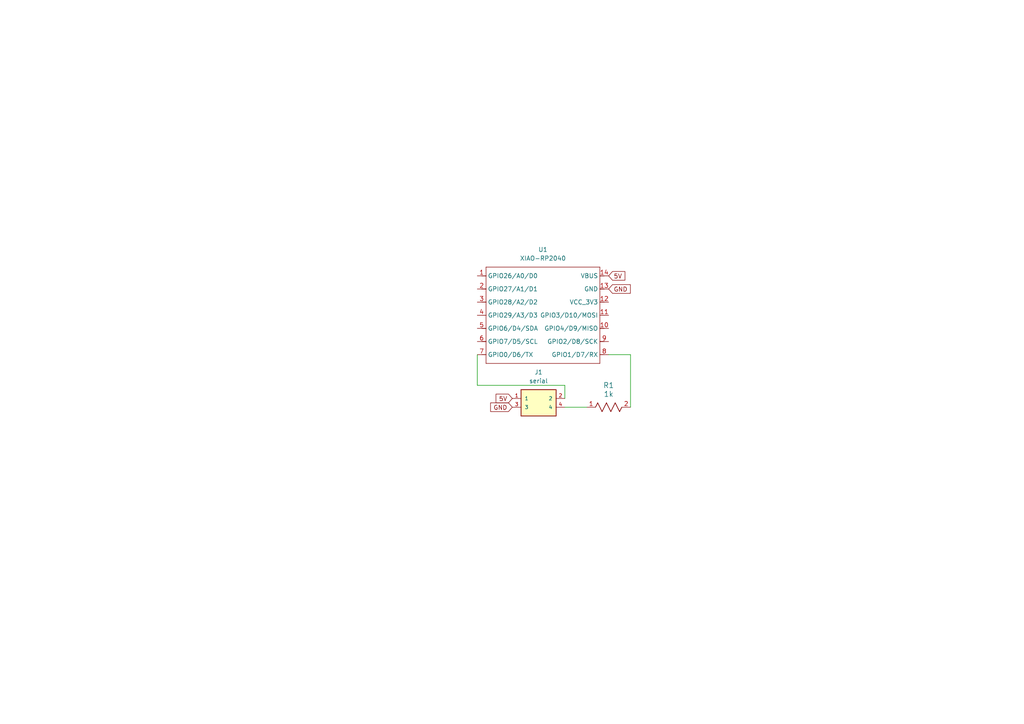
<source format=kicad_sch>
(kicad_sch (version 20250114) (generator "eeschema") (generator_version "9.0")
  (paper "A4")
  (lib_symbols
    (symbol "Neil:2x2x0.5 header" (pin_names (offset 1.016))
      (property "Reference" "J" (at -4.8332 3.1797 0))
      (property "Value" "2x2x0.5 header" (at -5.0866 -7.5027 0))
      (symbol "2x2x0.5 header_0_0"
        (rectangle (start -5.08 -5.08) (end 5.08 2.54) (stroke (width 0.254)) (fill (type background)))
        (pin passive line (at -7.62 0 0) (length 2.54) (name "1") (number "1"))
        (pin passive line (at -7.62 -2.54 0) (length 2.54) (name "3") (number "3"))
        (pin passive line (at 7.62 0 180) (length 2.54) (name "2") (number "2"))
        (pin passive line (at 7.62 -2.54 180) (length 2.54) (name "4") (number "4"))
      )
    )
    (symbol "Neil:Resistor 0603" (pin_names (offset 0.254))
      (property "Reference" "R" (at 5.715 3.81 0))
      (property "Value" "10k" (at 6.35 -3.81 0))
      (symbol "Resistor 0603_1_1"
        (polyline (pts (xy 2.54 0) (xy 3.175 1.27)) (stroke (width 0.2032)))
        (polyline (pts (xy 3.175 1.27) (xy 4.445 -1.27)) (stroke (width 0.2032)))
        (polyline (pts (xy 4.445 -1.27) (xy 5.715 1.27)) (stroke (width 0.2032)))
        (polyline (pts (xy 5.715 1.27) (xy 6.985 -1.27)) (stroke (width 0.2032)))
        (polyline (pts (xy 6.985 -1.27) (xy 8.255 1.27)) (stroke (width 0.2032)))
        (polyline (pts (xy 8.255 1.27) (xy 9.525 -1.27)) (stroke (width 0.2032)))
        (polyline (pts (xy 9.525 -1.27) (xy 10.16 0)) (stroke (width 0.2032)))
        (pin unspecified line (at 0 0 0) (length 2.54) (name "") (number "1"))
        (pin unspecified line (at 12.7 0 180) (length 2.54) (name "") (number "2"))
      )
      (symbol "Resistor 0603_1_2"
        (polyline (pts (xy -1.27 8.255) (xy 1.27 9.525)) (stroke (width 0.2032)))
        (polyline (pts (xy -1.27 5.715) (xy 1.27 6.985)) (stroke (width 0.2032)))
        (polyline (pts (xy -1.27 3.175) (xy 1.27 4.445)) (stroke (width 0.2032)))
        (polyline (pts (xy 0 2.54) (xy -1.27 3.175)) (stroke (width 0.2032)))
        (polyline (pts (xy 1.27 9.525) (xy 0 10.16)) (stroke (width 0.2032)))
        (polyline (pts (xy 1.27 6.985) (xy -1.27 8.255)) (stroke (width 0.2032)))
        (polyline (pts (xy 1.27 4.445) (xy -1.27 5.715)) (stroke (width 0.2032)))
        (pin unspecified line (at 0 12.7 270) (length 2.54) (name "") (number "1"))
        (pin unspecified line (at 0 0 90) (length 2.54) (name "") (number "2"))
      )
    )
    (symbol "Neil:XIAO RP2040"
      (property "Reference" "U" (at 1.016 2.794 0))
      (property "Value" "XIAO-RP2040" (at 7.62 1.016 0))
      (symbol "XIAO RP2040_1_0"
        (polyline (pts (xy 0 0) (xy 33.02 0)) (stroke (width 0.1524)))
        (polyline (pts (xy 0 -2.54) (xy -1.27 -2.54)) (stroke (width 0.1524)))
        (polyline (pts (xy 0 -2.54) (xy 0 0)) (stroke (width 0.1524)))
        (polyline (pts (xy 0 -6.35) (xy -1.27 -6.35)) (stroke (width 0.1524)))
        (polyline (pts (xy 0 -6.35) (xy 0 -2.54)) (stroke (width 0.1524)))
        (polyline (pts (xy 0 -10.16) (xy -1.27 -10.16)) (stroke (width 0.1524)))
        (polyline (pts (xy 0 -10.16) (xy 0 -6.35)) (stroke (width 0.1524)))
        (polyline (pts (xy 0 -13.97) (xy -1.27 -13.97)) (stroke (width 0.1524)))
        (polyline (pts (xy 0 -13.97) (xy 0 -10.16)) (stroke (width 0.1524)))
        (polyline (pts (xy 0 -17.78) (xy -1.27 -17.78)) (stroke (width 0.1524)))
        (polyline (pts (xy 0 -21.59) (xy -1.27 -21.59)) (stroke (width 0.1524)))
        (polyline (pts (xy 0 -25.4) (xy -1.27 -25.4)) (stroke (width 0.1524)))
        (polyline (pts (xy 0 -27.94) (xy 0 -13.97)) (stroke (width 0.1524)))
        (polyline (pts (xy 33.02 0) (xy 33.02 -2.54)) (stroke (width 0.1524)))
        (polyline (pts (xy 33.02 -2.54) (xy 33.02 -6.35)) (stroke (width 0.1524)))
        (polyline (pts (xy 33.02 -6.35) (xy 33.02 -10.16)) (stroke (width 0.1524)))
        (polyline (pts (xy 33.02 -10.16) (xy 33.02 -27.94)) (stroke (width 0.1524)))
        (polyline (pts (xy 33.02 -27.94) (xy 0 -27.94)) (stroke (width 0.1524)))
        (polyline (pts (xy 34.29 -2.54) (xy 33.02 -2.54)) (stroke (width 0.1524)))
        (polyline (pts (xy 34.29 -6.35) (xy 33.02 -6.35)) (stroke (width 0.1524)))
        (polyline (pts (xy 34.29 -10.16) (xy 33.02 -10.16)) (stroke (width 0.1524)))
        (polyline (pts (xy 34.29 -13.97) (xy 33.02 -13.97)) (stroke (width 0.1524)))
        (polyline (pts (xy 34.29 -17.78) (xy 33.02 -17.78)) (stroke (width 0.1524)))
        (polyline (pts (xy 34.29 -21.59) (xy 33.02 -21.59)) (stroke (width 0.1524)))
        (polyline (pts (xy 34.29 -25.4) (xy 33.02 -25.4)) (stroke (width 0.1524)))
        (pin passive line (at -2.54 -2.54 0) (length 2.54) (name "GPIO26/A0/D0") (number "1"))
        (pin passive line (at -2.54 -6.35 0) (length 2.54) (name "GPIO27/A1/D1") (number "2"))
        (pin passive line (at -2.54 -10.16 0) (length 2.54) (name "GPIO28/A2/D2") (number "3"))
        (pin passive line (at -2.54 -13.97 0) (length 2.54) (name "GPIO29/A3/D3") (number "4"))
        (pin passive line (at -2.54 -17.78 0) (length 2.54) (name "GPIO6/D4/SDA") (number "5"))
        (pin passive line (at -2.54 -21.59 0) (length 2.54) (name "GPIO7/D5/SCL") (number "6"))
        (pin passive line (at -2.54 -25.4 0) (length 2.54) (name "GPIO0/D6/TX") (number "7"))
        (pin passive line (at 35.56 -2.54 180) (length 2.54) (name "VBUS") (number "14"))
        (pin passive line (at 35.56 -6.35 180) (length 2.54) (name "GND") (number "13"))
        (pin passive line (at 35.56 -10.16 180) (length 2.54) (name "VCC_3V3") (number "12"))
        (pin passive line (at 35.56 -13.97 180) (length 2.54) (name "GPIO3/D10/MOSI") (number "11"))
        (pin passive line (at 35.56 -17.78 180) (length 2.54) (name "GPIO4/D9/MISO") (number "10"))
        (pin passive line (at 35.56 -21.59 180) (length 2.54) (name "GPIO2/D8/SCK") (number "9"))
        (pin passive line (at 35.56 -25.4 180) (length 2.54) (name "GPIO1/D7/RX") (number "8"))
      )
    )
  )
  (wire (pts (xy 163.83 118.11) (xy 170.18 118.11)))
  (wire (pts (xy 138.43 111.76) (xy 138.43 102.87)))
  (wire (pts (xy 176.53 102.87) (xy 182.88 102.87)))
  (wire (pts (xy 182.88 102.87) (xy 182.88 118.11)))
  (wire (pts (xy 163.83 111.76) (xy 138.43 111.76)))
  (wire (pts (xy 163.83 115.57) (xy 163.83 111.76)))
  (global_label "GND" (shape input) (at 176.53 83.82 0) (property "Intersheetrefs" "${INTERSHEET_REFS}" (effects (hide yes))))
  (global_label "5V" (shape input) (at 176.53 80.01 0) (property "Intersheetrefs" "${INTERSHEET_REFS}" (effects (hide yes))))
  (global_label "GND" (shape input) (at 148.59 118.11 180) (property "Intersheetrefs" "${INTERSHEET_REFS}" (effects (hide yes))))
  (global_label "5V" (shape input) (at 148.59 115.57 180) (property "Intersheetrefs" "${INTERSHEET_REFS}" (effects (hide yes))))
  (symbol (lib_id "Neil:Resistor 0603") (at 170.18 118.11 0) (unit 1)
    (property "Reference" "R1" (at 176.53 111.76 0) (effects (font (size 1.524 1.524))))
    (property "Value" "1k" (at 176.53 114.3 0) (effects (font (size 1.524 1.524))))
    (property "Footprint" "Neil:Resistor 0603" (effects (hide yes)))
  )
  (symbol (lib_id "Neil:2x2x0.5 header") (at 156.21 115.57 0) (unit 1)
    (property "Reference" "J1" (at 156.21 107.95 0))
    (property "Value" "serial" (at 156.21 110.49 0))
    (property "Footprint" "Neil:2x2x0.5 header" (effects (hide yes)))
    (property "MF" "Sullins Connector" (effects (hide yes)))
    (property "Description_1" "Connector Header Surface Mount 4 position 0.050 (1.27mm)" (effects (hide yes)))
    (property "Package" "None" (effects (hide yes)))
    (property "Price" "None" (effects (hide yes)))
    (property "MP" "GRPB022VWQS-RC" (effects (hide yes)))
    (property "MANUFACTURER" "Sullins Connector Solutions" (effects (hide yes)))
  )
  (symbol (lib_id "Neil:XIAO RP2040") (at 140.97 77.47 0) (unit 1)
    (property "Reference" "U1" (at 157.48 72.39 0))
    (property "Value" "XIAO-RP2040" (at 157.48 74.93 0))
    (property "Footprint" "Neil:XIAO-RP2040-SMD" (effects (hide yes)))
  )
)
</source>
